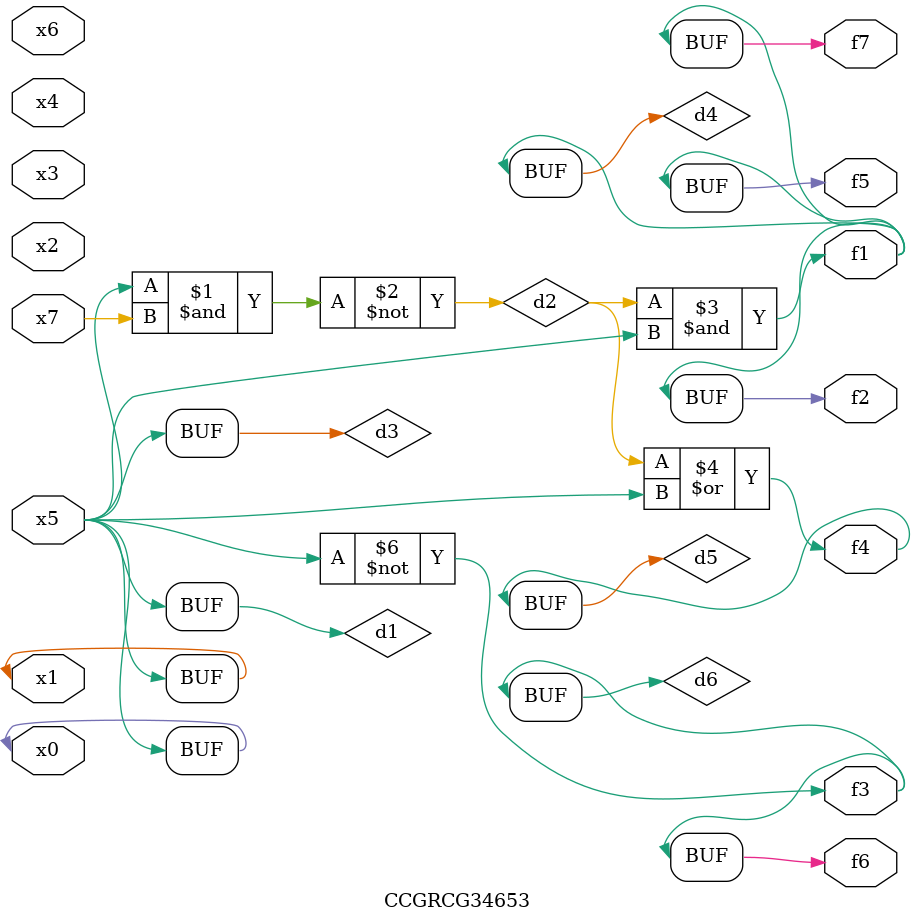
<source format=v>
module CCGRCG34653(
	input x0, x1, x2, x3, x4, x5, x6, x7,
	output f1, f2, f3, f4, f5, f6, f7
);

	wire d1, d2, d3, d4, d5, d6;

	buf (d1, x0, x5);
	nand (d2, x5, x7);
	buf (d3, x0, x1);
	and (d4, d2, d3);
	or (d5, d2, d3);
	nor (d6, d1, d3);
	assign f1 = d4;
	assign f2 = d4;
	assign f3 = d6;
	assign f4 = d5;
	assign f5 = d4;
	assign f6 = d6;
	assign f7 = d4;
endmodule

</source>
